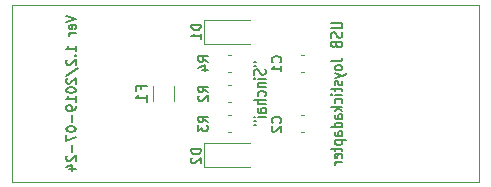
<source format=gbo>
G04 #@! TF.GenerationSoftware,KiCad,Pcbnew,(5.1.0-1348-g4ca769472)*
G04 #@! TF.CreationDate,2019-07-24T13:26:59+02:00*
G04 #@! TF.ProjectId,USB Joystick Adapter 'SINCHAI' (SMD Version),55534220-4a6f-4797-9374-69636b204164,1.0*
G04 #@! TF.SameCoordinates,Original*
G04 #@! TF.FileFunction,Legend,Bot*
G04 #@! TF.FilePolarity,Positive*
%FSLAX46Y46*%
G04 Gerber Fmt 4.6, Leading zero omitted, Abs format (unit mm)*
G04 Created by KiCad (PCBNEW (5.1.0-1348-g4ca769472)) date 2019-07-24 13:26:59*
%MOMM*%
%LPD*%
G04 APERTURE LIST*
%ADD10C,0.200000*%
%ADD11C,0.090000*%
%ADD12C,0.150000*%
%ADD13C,0.120000*%
G04 APERTURE END LIST*
D10*
X133152380Y-99652380D02*
X133342857Y-99652380D01*
X133152380Y-99957142D02*
X133342857Y-99957142D01*
X134104761Y-100261904D02*
X134152380Y-100376190D01*
X134152380Y-100566666D01*
X134104761Y-100642857D01*
X134057142Y-100680952D01*
X133961904Y-100719047D01*
X133866666Y-100719047D01*
X133771428Y-100680952D01*
X133723809Y-100642857D01*
X133676190Y-100566666D01*
X133628571Y-100414285D01*
X133580952Y-100338095D01*
X133533333Y-100300000D01*
X133438095Y-100261904D01*
X133342857Y-100261904D01*
X133247619Y-100300000D01*
X133200000Y-100338095D01*
X133152380Y-100414285D01*
X133152380Y-100604761D01*
X133200000Y-100719047D01*
X134152380Y-101061904D02*
X133485714Y-101061904D01*
X133152380Y-101061904D02*
X133200000Y-101023809D01*
X133247619Y-101061904D01*
X133200000Y-101100000D01*
X133152380Y-101061904D01*
X133247619Y-101061904D01*
X133485714Y-101442857D02*
X134152380Y-101442857D01*
X133580952Y-101442857D02*
X133533333Y-101480952D01*
X133485714Y-101557142D01*
X133485714Y-101671428D01*
X133533333Y-101747619D01*
X133628571Y-101785714D01*
X134152380Y-101785714D01*
X134104761Y-102509523D02*
X134152380Y-102433333D01*
X134152380Y-102280952D01*
X134104761Y-102204761D01*
X134057142Y-102166666D01*
X133961904Y-102128571D01*
X133676190Y-102128571D01*
X133580952Y-102166666D01*
X133533333Y-102204761D01*
X133485714Y-102280952D01*
X133485714Y-102433333D01*
X133533333Y-102509523D01*
X134152380Y-102852380D02*
X133152380Y-102852380D01*
X134152380Y-103195238D02*
X133628571Y-103195238D01*
X133533333Y-103157142D01*
X133485714Y-103080952D01*
X133485714Y-102966666D01*
X133533333Y-102890476D01*
X133580952Y-102852380D01*
X134152380Y-103919047D02*
X133628571Y-103919047D01*
X133533333Y-103880952D01*
X133485714Y-103804761D01*
X133485714Y-103652380D01*
X133533333Y-103576190D01*
X134104761Y-103919047D02*
X134152380Y-103842857D01*
X134152380Y-103652380D01*
X134104761Y-103576190D01*
X134009523Y-103538095D01*
X133914285Y-103538095D01*
X133819047Y-103576190D01*
X133771428Y-103652380D01*
X133771428Y-103842857D01*
X133723809Y-103919047D01*
X134152380Y-104300000D02*
X133485714Y-104300000D01*
X133152380Y-104300000D02*
X133200000Y-104261904D01*
X133247619Y-104300000D01*
X133200000Y-104338095D01*
X133152380Y-104300000D01*
X133247619Y-104300000D01*
X133152380Y-104642857D02*
X133342857Y-104642857D01*
X133152380Y-104947619D02*
X133342857Y-104947619D01*
X139652380Y-96338095D02*
X140461904Y-96338095D01*
X140557142Y-96376190D01*
X140604761Y-96414285D01*
X140652380Y-96490476D01*
X140652380Y-96642857D01*
X140604761Y-96719047D01*
X140557142Y-96757142D01*
X140461904Y-96795238D01*
X139652380Y-96795238D01*
X140604761Y-97138095D02*
X140652380Y-97252380D01*
X140652380Y-97442857D01*
X140604761Y-97519047D01*
X140557142Y-97557142D01*
X140461904Y-97595238D01*
X140366666Y-97595238D01*
X140271428Y-97557142D01*
X140223809Y-97519047D01*
X140176190Y-97442857D01*
X140128571Y-97290476D01*
X140080952Y-97214285D01*
X140033333Y-97176190D01*
X139938095Y-97138095D01*
X139842857Y-97138095D01*
X139747619Y-97176190D01*
X139700000Y-97214285D01*
X139652380Y-97290476D01*
X139652380Y-97480952D01*
X139700000Y-97595238D01*
X140128571Y-98204761D02*
X140176190Y-98319047D01*
X140223809Y-98357142D01*
X140319047Y-98395238D01*
X140461904Y-98395238D01*
X140557142Y-98357142D01*
X140604761Y-98319047D01*
X140652380Y-98242857D01*
X140652380Y-97938095D01*
X139652380Y-97938095D01*
X139652380Y-98204761D01*
X139700000Y-98280952D01*
X139747619Y-98319047D01*
X139842857Y-98357142D01*
X139938095Y-98357142D01*
X140033333Y-98319047D01*
X140080952Y-98280952D01*
X140128571Y-98204761D01*
X140128571Y-97938095D01*
X139652380Y-99576190D02*
X140366666Y-99576190D01*
X140509523Y-99538095D01*
X140604761Y-99461904D01*
X140652380Y-99347619D01*
X140652380Y-99271428D01*
X140652380Y-100071428D02*
X140604761Y-99995238D01*
X140557142Y-99957142D01*
X140461904Y-99919047D01*
X140176190Y-99919047D01*
X140080952Y-99957142D01*
X140033333Y-99995238D01*
X139985714Y-100071428D01*
X139985714Y-100185714D01*
X140033333Y-100261904D01*
X140080952Y-100300000D01*
X140176190Y-100338095D01*
X140461904Y-100338095D01*
X140557142Y-100300000D01*
X140604761Y-100261904D01*
X140652380Y-100185714D01*
X140652380Y-100071428D01*
X139985714Y-100604761D02*
X140652380Y-100795238D01*
X139985714Y-100985714D02*
X140652380Y-100795238D01*
X140890476Y-100719047D01*
X140938095Y-100680952D01*
X140985714Y-100604761D01*
X140604761Y-101252380D02*
X140652380Y-101328571D01*
X140652380Y-101480952D01*
X140604761Y-101557142D01*
X140509523Y-101595238D01*
X140461904Y-101595238D01*
X140366666Y-101557142D01*
X140319047Y-101480952D01*
X140319047Y-101366666D01*
X140271428Y-101290476D01*
X140176190Y-101252380D01*
X140128571Y-101252380D01*
X140033333Y-101290476D01*
X139985714Y-101366666D01*
X139985714Y-101480952D01*
X140033333Y-101557142D01*
X139985714Y-101823809D02*
X139985714Y-102128571D01*
X139652380Y-101938095D02*
X140509523Y-101938095D01*
X140604761Y-101976190D01*
X140652380Y-102052380D01*
X140652380Y-102128571D01*
X140652380Y-102395238D02*
X139985714Y-102395238D01*
X139652380Y-102395238D02*
X139700000Y-102357142D01*
X139747619Y-102395238D01*
X139700000Y-102433333D01*
X139652380Y-102395238D01*
X139747619Y-102395238D01*
X140604761Y-103119047D02*
X140652380Y-103042857D01*
X140652380Y-102890476D01*
X140604761Y-102814285D01*
X140557142Y-102776190D01*
X140461904Y-102738095D01*
X140176190Y-102738095D01*
X140080952Y-102776190D01*
X140033333Y-102814285D01*
X139985714Y-102890476D01*
X139985714Y-103042857D01*
X140033333Y-103119047D01*
X140652380Y-103461904D02*
X139652380Y-103461904D01*
X140271428Y-103538095D02*
X140652380Y-103766666D01*
X139985714Y-103766666D02*
X140366666Y-103461904D01*
X140652380Y-104452380D02*
X140128571Y-104452380D01*
X140033333Y-104414285D01*
X139985714Y-104338095D01*
X139985714Y-104185714D01*
X140033333Y-104109523D01*
X140604761Y-104452380D02*
X140652380Y-104376190D01*
X140652380Y-104185714D01*
X140604761Y-104109523D01*
X140509523Y-104071428D01*
X140414285Y-104071428D01*
X140319047Y-104109523D01*
X140271428Y-104185714D01*
X140271428Y-104376190D01*
X140223809Y-104452380D01*
X140652380Y-105176190D02*
X139652380Y-105176190D01*
X140604761Y-105176190D02*
X140652380Y-105100000D01*
X140652380Y-104947619D01*
X140604761Y-104871428D01*
X140557142Y-104833333D01*
X140461904Y-104795238D01*
X140176190Y-104795238D01*
X140080952Y-104833333D01*
X140033333Y-104871428D01*
X139985714Y-104947619D01*
X139985714Y-105100000D01*
X140033333Y-105176190D01*
X140652380Y-105900000D02*
X140128571Y-105900000D01*
X140033333Y-105861904D01*
X139985714Y-105785714D01*
X139985714Y-105633333D01*
X140033333Y-105557142D01*
X140604761Y-105900000D02*
X140652380Y-105823809D01*
X140652380Y-105633333D01*
X140604761Y-105557142D01*
X140509523Y-105519047D01*
X140414285Y-105519047D01*
X140319047Y-105557142D01*
X140271428Y-105633333D01*
X140271428Y-105823809D01*
X140223809Y-105900000D01*
X139985714Y-106280952D02*
X140985714Y-106280952D01*
X140033333Y-106280952D02*
X139985714Y-106357142D01*
X139985714Y-106509523D01*
X140033333Y-106585714D01*
X140080952Y-106623809D01*
X140176190Y-106661904D01*
X140461904Y-106661904D01*
X140557142Y-106623809D01*
X140604761Y-106585714D01*
X140652380Y-106509523D01*
X140652380Y-106357142D01*
X140604761Y-106280952D01*
X139985714Y-106890476D02*
X139985714Y-107195238D01*
X139652380Y-107004761D02*
X140509523Y-107004761D01*
X140604761Y-107042857D01*
X140652380Y-107119047D01*
X140652380Y-107195238D01*
X140604761Y-107766666D02*
X140652380Y-107690476D01*
X140652380Y-107538095D01*
X140604761Y-107461904D01*
X140509523Y-107423809D01*
X140128571Y-107423809D01*
X140033333Y-107461904D01*
X139985714Y-107538095D01*
X139985714Y-107690476D01*
X140033333Y-107766666D01*
X140128571Y-107804761D01*
X140223809Y-107804761D01*
X140319047Y-107423809D01*
X140652380Y-108147619D02*
X139985714Y-108147619D01*
X140176190Y-108147619D02*
X140080952Y-108185714D01*
X140033333Y-108223809D01*
X139985714Y-108300000D01*
X139985714Y-108376190D01*
D11*
X152200000Y-109800000D02*
X112700000Y-109800000D01*
X152200000Y-94800000D02*
X152200000Y-109800000D01*
X112700000Y-94800000D02*
X152200000Y-94800000D01*
X112700000Y-94800000D02*
X112700000Y-109800000D01*
D12*
X117265504Y-95739771D02*
X118065504Y-96006438D01*
X117265504Y-96273104D01*
X118027409Y-96844533D02*
X118065504Y-96768342D01*
X118065504Y-96615961D01*
X118027409Y-96539771D01*
X117951219Y-96501676D01*
X117646457Y-96501676D01*
X117570266Y-96539771D01*
X117532171Y-96615961D01*
X117532171Y-96768342D01*
X117570266Y-96844533D01*
X117646457Y-96882628D01*
X117722647Y-96882628D01*
X117798838Y-96501676D01*
X118065504Y-97225485D02*
X117532171Y-97225485D01*
X117684552Y-97225485D02*
X117608361Y-97263580D01*
X117570266Y-97301676D01*
X117532171Y-97377866D01*
X117532171Y-97454057D01*
X118065504Y-98749295D02*
X118065504Y-98292152D01*
X118065504Y-98520723D02*
X117265504Y-98520723D01*
X117379790Y-98444533D01*
X117455980Y-98368342D01*
X117494076Y-98292152D01*
X117989314Y-99092152D02*
X118027409Y-99130247D01*
X118065504Y-99092152D01*
X118027409Y-99054057D01*
X117989314Y-99092152D01*
X118065504Y-99092152D01*
X117341695Y-99435009D02*
X117303600Y-99473104D01*
X117265504Y-99549295D01*
X117265504Y-99739771D01*
X117303600Y-99815961D01*
X117341695Y-99854057D01*
X117417885Y-99892152D01*
X117494076Y-99892152D01*
X117608361Y-99854057D01*
X118065504Y-99396914D01*
X118065504Y-99892152D01*
X117227409Y-100806438D02*
X118255980Y-100120723D01*
X117341695Y-101035009D02*
X117303600Y-101073104D01*
X117265504Y-101149295D01*
X117265504Y-101339771D01*
X117303600Y-101415961D01*
X117341695Y-101454057D01*
X117417885Y-101492152D01*
X117494076Y-101492152D01*
X117608361Y-101454057D01*
X118065504Y-100996914D01*
X118065504Y-101492152D01*
X117265504Y-101987390D02*
X117265504Y-102063580D01*
X117303600Y-102139771D01*
X117341695Y-102177866D01*
X117417885Y-102215961D01*
X117570266Y-102254057D01*
X117760742Y-102254057D01*
X117913123Y-102215961D01*
X117989314Y-102177866D01*
X118027409Y-102139771D01*
X118065504Y-102063580D01*
X118065504Y-101987390D01*
X118027409Y-101911200D01*
X117989314Y-101873104D01*
X117913123Y-101835009D01*
X117760742Y-101796914D01*
X117570266Y-101796914D01*
X117417885Y-101835009D01*
X117341695Y-101873104D01*
X117303600Y-101911200D01*
X117265504Y-101987390D01*
X118065504Y-103015961D02*
X118065504Y-102558819D01*
X118065504Y-102787390D02*
X117265504Y-102787390D01*
X117379790Y-102711200D01*
X117455980Y-102635009D01*
X117494076Y-102558819D01*
X118065504Y-103396914D02*
X118065504Y-103549295D01*
X118027409Y-103625485D01*
X117989314Y-103663580D01*
X117875028Y-103739771D01*
X117722647Y-103777866D01*
X117417885Y-103777866D01*
X117341695Y-103739771D01*
X117303600Y-103701676D01*
X117265504Y-103625485D01*
X117265504Y-103473104D01*
X117303600Y-103396914D01*
X117341695Y-103358819D01*
X117417885Y-103320723D01*
X117608361Y-103320723D01*
X117684552Y-103358819D01*
X117722647Y-103396914D01*
X117760742Y-103473104D01*
X117760742Y-103625485D01*
X117722647Y-103701676D01*
X117684552Y-103739771D01*
X117608361Y-103777866D01*
X117760742Y-104120723D02*
X117760742Y-104730247D01*
X117265504Y-105263580D02*
X117265504Y-105339771D01*
X117303600Y-105415961D01*
X117341695Y-105454057D01*
X117417885Y-105492152D01*
X117570266Y-105530247D01*
X117760742Y-105530247D01*
X117913123Y-105492152D01*
X117989314Y-105454057D01*
X118027409Y-105415961D01*
X118065504Y-105339771D01*
X118065504Y-105263580D01*
X118027409Y-105187390D01*
X117989314Y-105149295D01*
X117913123Y-105111200D01*
X117760742Y-105073104D01*
X117570266Y-105073104D01*
X117417885Y-105111200D01*
X117341695Y-105149295D01*
X117303600Y-105187390D01*
X117265504Y-105263580D01*
X117265504Y-105796914D02*
X117265504Y-106330247D01*
X118065504Y-105987390D01*
X117760742Y-106635009D02*
X117760742Y-107244533D01*
X117341695Y-107587390D02*
X117303600Y-107625485D01*
X117265504Y-107701676D01*
X117265504Y-107892152D01*
X117303600Y-107968342D01*
X117341695Y-108006438D01*
X117417885Y-108044533D01*
X117494076Y-108044533D01*
X117608361Y-108006438D01*
X118065504Y-107549295D01*
X118065504Y-108044533D01*
X117532171Y-108730247D02*
X118065504Y-108730247D01*
X117227409Y-108539771D02*
X117798838Y-108349295D01*
X117798838Y-108844533D01*
D13*
X137108000Y-99061200D02*
X137408000Y-99061200D01*
X137108000Y-100481200D02*
X137408000Y-100481200D01*
X137108000Y-104167000D02*
X137408000Y-104167000D01*
X137108000Y-105587000D02*
X137408000Y-105587000D01*
X131246000Y-101594000D02*
X130946000Y-101594000D01*
X131246000Y-103014000D02*
X130946000Y-103014000D01*
X131246000Y-104144000D02*
X130946000Y-104144000D01*
X131246000Y-105564000D02*
X130946000Y-105564000D01*
X130946000Y-99043600D02*
X131246000Y-99043600D01*
X130946000Y-100463600D02*
X131246000Y-100463600D01*
X124590000Y-102950000D02*
X124590000Y-101650000D01*
X126410000Y-102950000D02*
X126410000Y-101650000D01*
X128901000Y-98078800D02*
X132801000Y-98078800D01*
X128901000Y-96078800D02*
X132801000Y-96078800D01*
X128901000Y-98078800D02*
X128901000Y-96078800D01*
X128901000Y-108518000D02*
X128901000Y-106518000D01*
X128901000Y-106518000D02*
X132801000Y-106518000D01*
X128901000Y-108518000D02*
X132801000Y-108518000D01*
D12*
X135385714Y-99666666D02*
X135423809Y-99628571D01*
X135461904Y-99514285D01*
X135461904Y-99438095D01*
X135423809Y-99323809D01*
X135347619Y-99247619D01*
X135271428Y-99209523D01*
X135119047Y-99171428D01*
X135004761Y-99171428D01*
X134852380Y-99209523D01*
X134776190Y-99247619D01*
X134700000Y-99323809D01*
X134661904Y-99438095D01*
X134661904Y-99514285D01*
X134700000Y-99628571D01*
X134738095Y-99666666D01*
X135461904Y-100428571D02*
X135461904Y-99971428D01*
X135461904Y-100200000D02*
X134661904Y-100200000D01*
X134776190Y-100123809D01*
X134852380Y-100047619D01*
X134890476Y-99971428D01*
X135385714Y-104766666D02*
X135423809Y-104728571D01*
X135461904Y-104614285D01*
X135461904Y-104538095D01*
X135423809Y-104423809D01*
X135347619Y-104347619D01*
X135271428Y-104309523D01*
X135119047Y-104271428D01*
X135004761Y-104271428D01*
X134852380Y-104309523D01*
X134776190Y-104347619D01*
X134700000Y-104423809D01*
X134661904Y-104538095D01*
X134661904Y-104614285D01*
X134700000Y-104728571D01*
X134738095Y-104766666D01*
X134738095Y-105071428D02*
X134700000Y-105109523D01*
X134661904Y-105185714D01*
X134661904Y-105376190D01*
X134700000Y-105452380D01*
X134738095Y-105490476D01*
X134814285Y-105528571D01*
X134890476Y-105528571D01*
X135004761Y-105490476D01*
X135461904Y-105033333D01*
X135461904Y-105528571D01*
X129261904Y-102178266D02*
X128880952Y-101911600D01*
X129261904Y-101721123D02*
X128461904Y-101721123D01*
X128461904Y-102025885D01*
X128500000Y-102102076D01*
X128538095Y-102140171D01*
X128614285Y-102178266D01*
X128728571Y-102178266D01*
X128804761Y-102140171D01*
X128842857Y-102102076D01*
X128880952Y-102025885D01*
X128880952Y-101721123D01*
X128538095Y-102483028D02*
X128500000Y-102521123D01*
X128461904Y-102597314D01*
X128461904Y-102787790D01*
X128500000Y-102863980D01*
X128538095Y-102902076D01*
X128614285Y-102940171D01*
X128690476Y-102940171D01*
X128804761Y-102902076D01*
X129261904Y-102444933D01*
X129261904Y-102940171D01*
X129261904Y-104718266D02*
X128880952Y-104451600D01*
X129261904Y-104261123D02*
X128461904Y-104261123D01*
X128461904Y-104565885D01*
X128500000Y-104642076D01*
X128538095Y-104680171D01*
X128614285Y-104718266D01*
X128728571Y-104718266D01*
X128804761Y-104680171D01*
X128842857Y-104642076D01*
X128880952Y-104565885D01*
X128880952Y-104261123D01*
X128461904Y-104984933D02*
X128461904Y-105480171D01*
X128766666Y-105213504D01*
X128766666Y-105327790D01*
X128804761Y-105403980D01*
X128842857Y-105442076D01*
X128919047Y-105480171D01*
X129109523Y-105480171D01*
X129185714Y-105442076D01*
X129223809Y-105403980D01*
X129261904Y-105327790D01*
X129261904Y-105099219D01*
X129223809Y-105023028D01*
X129185714Y-104984933D01*
X129261904Y-99612466D02*
X128880952Y-99345800D01*
X129261904Y-99155323D02*
X128461904Y-99155323D01*
X128461904Y-99460085D01*
X128500000Y-99536276D01*
X128538095Y-99574371D01*
X128614285Y-99612466D01*
X128728571Y-99612466D01*
X128804761Y-99574371D01*
X128842857Y-99536276D01*
X128880952Y-99460085D01*
X128880952Y-99155323D01*
X128728571Y-100298180D02*
X129261904Y-100298180D01*
X128423809Y-100107704D02*
X128995238Y-99917228D01*
X128995238Y-100412466D01*
X123628571Y-101966666D02*
X123628571Y-101633333D01*
X124152380Y-101633333D02*
X123152380Y-101633333D01*
X123152380Y-102109523D01*
X124152380Y-103014285D02*
X124152380Y-102442857D01*
X124152380Y-102728571D02*
X123152380Y-102728571D01*
X123295238Y-102633333D01*
X123390476Y-102538095D01*
X123438095Y-102442857D01*
X128661904Y-96488323D02*
X127861904Y-96488323D01*
X127861904Y-96678800D01*
X127900000Y-96793085D01*
X127976190Y-96869276D01*
X128052380Y-96907371D01*
X128204761Y-96945466D01*
X128319047Y-96945466D01*
X128471428Y-96907371D01*
X128547619Y-96869276D01*
X128623809Y-96793085D01*
X128661904Y-96678800D01*
X128661904Y-96488323D01*
X128661904Y-97707371D02*
X128661904Y-97250228D01*
X128661904Y-97478800D02*
X127861904Y-97478800D01*
X127976190Y-97402609D01*
X128052380Y-97326419D01*
X128090476Y-97250228D01*
X128661904Y-107009523D02*
X127861904Y-107009523D01*
X127861904Y-107200000D01*
X127900000Y-107314285D01*
X127976190Y-107390476D01*
X128052380Y-107428571D01*
X128204761Y-107466666D01*
X128319047Y-107466666D01*
X128471428Y-107428571D01*
X128547619Y-107390476D01*
X128623809Y-107314285D01*
X128661904Y-107200000D01*
X128661904Y-107009523D01*
X127938095Y-107771428D02*
X127900000Y-107809523D01*
X127861904Y-107885714D01*
X127861904Y-108076190D01*
X127900000Y-108152380D01*
X127938095Y-108190476D01*
X128014285Y-108228571D01*
X128090476Y-108228571D01*
X128204761Y-108190476D01*
X128661904Y-107733333D01*
X128661904Y-108228571D01*
M02*

</source>
